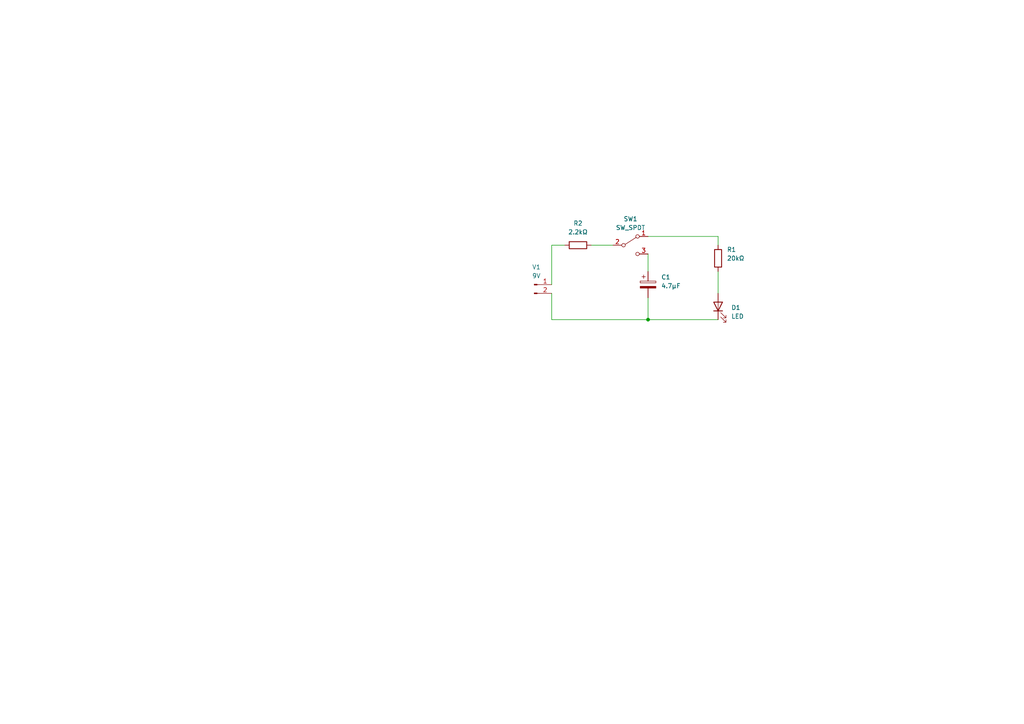
<source format=kicad_sch>
(kicad_sch (version 20211123) (generator eeschema)
  (paper "A4")
  (lib_symbols
    (symbol "Connector:Conn_01x02_Male" (pin_names (offset 1.016) hide)
      (property "Reference" "J" (at 0 2.54 0))
      (property "Value" "Conn_01x02_Male" (at 0 -5.08 0))
      (symbol "Conn_01x02_Male_1_1"
        (polyline (pts (xy 1.27 -2.54) (xy 0.8636 -2.54)) (stroke (width 0.1524)))
        (polyline (pts (xy 1.27 0) (xy 0.8636 0)) (stroke (width 0.1524)))
        (rectangle (start 0.8636 -2.413) (end 0 -2.667) (stroke (width 0.1524)) (fill (type outline)))
        (rectangle (start 0.8636 0.127) (end 0 -0.127) (stroke (width 0.1524)) (fill (type outline)))
        (pin passive line (at 5.08 0 180) (length 3.81) (name "Pin_1") (number "1"))
        (pin passive line (at 5.08 -2.54 180) (length 3.81) (name "Pin_2") (number "2"))
      )
    )
    (symbol "Device:C_Polarized" (pin_numbers hide) (pin_names (offset 0.254))
      (property "Reference" "C" (at 0.635 2.54 0))
      (property "Value" "C_Polarized" (at 0.635 -2.54 0))
      (symbol "C_Polarized_0_1"
        (rectangle (start -2.286 0.508) (end 2.286 1.016))
        (polyline (pts (xy -1.778 2.286) (xy -0.762 2.286)))
        (polyline (pts (xy -1.27 2.794) (xy -1.27 1.778)))
        (rectangle (start 2.286 -0.508) (end -2.286 -1.016) (fill (type outline)))
      )
      (symbol "C_Polarized_1_1"
        (pin passive line (at 0 3.81 270) (length 2.794) (name "~") (number "1"))
        (pin passive line (at 0 -3.81 90) (length 2.794) (name "~") (number "2"))
      )
    )
    (symbol "Device:LED" (pin_numbers hide) (pin_names (offset 1.016) hide)
      (property "Reference" "D" (at 27.305 0.635 90))
      (property "Value" "LED" (at 32.385 0.635 90))
      (symbol "LED_0_1"
        (polyline (pts (xy 29.845 -0.635) (xy 29.845 1.905)))
        (polyline (pts (xy 31.115 -0.635) (xy 28.575 -0.635)) (stroke (width 0.254)))
        (polyline (pts (xy 31.115 1.905) (xy 28.575 1.905) (xy 29.845 -0.635) (xy 31.115 1.905)) (stroke (width 0.254)))
        (polyline (pts (xy 30.607 -2.413) (xy 32.131 -3.937) (xy 32.131 -3.175) (xy 32.131 -3.937) (xy 31.369 -3.937)))
        (polyline (pts (xy 30.607 -1.143) (xy 32.131 -2.667) (xy 32.131 -1.905) (xy 32.131 -2.667) (xy 31.369 -2.667)))
      )
      (symbol "LED_1_1"
        (pin passive line (at 29.845 -3.175 90) (length 2.54) (name "K") (number "1"))
        (pin passive line (at 29.845 4.445 270) (length 2.54) (name "A") (number "2"))
      )
    )
    (symbol "Device:R" (pin_numbers hide) (pin_names (offset 0))
      (property "Reference" "R" (at 16.002 11.43 90))
      (property "Value" "R" (at 13.97 11.43 90))
      (symbol "R_0_1"
        (rectangle (start 12.954 8.89) (end 14.986 13.97) (stroke (width 0.254)))
      )
      (symbol "R_1_1"
        (pin passive line (at 13.97 15.24 270) (length 1.27) (name "~") (number "1"))
        (pin passive line (at 13.97 7.62 90) (length 1.27) (name "~") (number "2"))
      )
    )
    (symbol "Switch:SW_SPDT" (pin_names (offset 0) hide)
      (property "Reference" "SW" (at 0 4.318 0))
      (property "Value" "SW_SPDT" (at 0 -5.08 0))
      (symbol "SW_SPDT_0_0"
        (circle (center -2.032 0) (radius 0.508))
        (circle (center 2.032 -2.54) (radius 0.508))
      )
      (symbol "SW_SPDT_0_1"
        (polyline (pts (xy -1.524 0.254) (xy 1.651 2.286)))
        (circle (center 2.032 2.54) (radius 0.508))
      )
      (symbol "SW_SPDT_1_1"
        (pin passive line (at 5.08 2.54 180) (length 2.54) (name "A") (number "1"))
        (pin passive line (at -5.08 0 0) (length 2.54) (name "B") (number "2"))
        (pin passive line (at 5.08 -2.54 180) (length 2.54) (name "C") (number "3"))
      )
    )
  )
  (junction (at 187.96 92.71))
  (wire (pts (xy 163.83 71.12) (xy 160.02 71.12)))
  (wire (pts (xy 187.96 73.66) (xy 187.96 78.74)))
  (wire (pts (xy 208.28 92.71) (xy 187.96 92.71)))
  (wire (pts (xy 208.28 68.58) (xy 208.28 71.12)))
  (wire (pts (xy 208.28 78.74) (xy 208.28 85.09)))
  (wire (pts (xy 160.02 92.71) (xy 187.96 92.71)))
  (wire (pts (xy 160.02 71.12) (xy 160.02 82.55)))
  (wire (pts (xy 171.45 71.12) (xy 177.8 71.12)))
  (wire (pts (xy 187.96 68.58) (xy 208.28 68.58)))
  (wire (pts (xy 187.96 92.71) (xy 187.96 86.36)))
  (wire (pts (xy 160.02 85.09) (xy 160.02 92.71)))
  (symbol (lib_id "Device:R") (at 194.31 86.36 0) (unit 1)
    (property "Reference" "R1" (at 210.82 72.39 0) (effects (justify left)))
    (property "Value" "20kΩ" (at 210.82 74.93 0) (effects (justify left)))
    (property "Footprint" "Resistor_THT:R_Axial_DIN0516_L15.5mm_D5.0mm_P20.32mm_Horizontal" (effects hide))
  )
  (symbol (lib_id "Device:LED") (at 178.435 89.535 0) (unit 1)
    (property "Reference" "D1" (at 212.09 89.2174 0) (effects (justify left)))
    (property "Value" "LED" (at 212.09 91.7574 0) (effects (justify left)))
    (property "Footprint" "LED_THT:LED_D5.0mm" (effects hide))
  )
  (symbol (lib_id "Device:C_Polarized") (at 187.96 82.55 0) (unit 1)
    (property "Reference" "C1" (at 191.77 80.3909 0) (effects (justify left)))
    (property "Value" "4.7µF" (at 191.77 82.9309 0) (effects (justify left)))
    (property "Footprint" "Capacitor_THT:C_Radial_D5.0mm_H5.0mm_P2.00mm" (effects hide))
  )
  (symbol (lib_id "Connector:Conn_01x02_Male") (at 154.94 82.55 0) (unit 1)
    (property "Reference" "V1" (at 155.575 77.47 0))
    (property "Value" "9V" (at 155.575 80.01 0))
    (property "Footprint" "Connector_JST:JST_PH_B2B-PH-K_1x02_P2.00mm_Vertical" (effects hide))
  )
  (symbol (lib_id "Device:R") (at 179.07 85.09 90) (unit 1)
    (property "Reference" "R2" (at 167.64 64.77 90))
    (property "Value" "2.2kΩ" (at 167.64 67.31 90))
    (property "Footprint" "Resistor_THT:R_Axial_DIN0516_L15.5mm_D5.0mm_P20.32mm_Horizontal" (effects hide))
  )
  (symbol (lib_id "Switch:SW_SPDT") (at 182.88 71.12 0) (unit 1)
    (property "Reference" "SW1" (at 182.88 63.5 0))
    (property "Value" "SW_SPDT" (at 182.88 66.04 0))
    (property "Footprint" "Button_Switch_THT:SW_E-Switch_EG1224_SPDT_Angled" (effects hide))
  )
)
</source>
